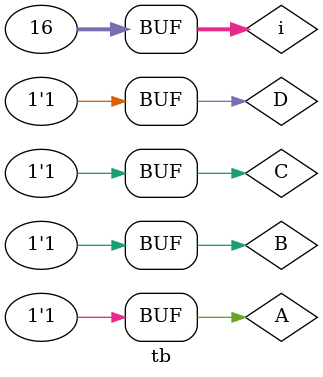
<source format=v>
module bcd_excess3 (output w,x,y,z,
		    input a,b,c,d);

	assign w = a | (b&c) | (b&d);
	assign x = (~b&c) | (~b&d) | (b&(~c)&(~d));
	assign y = ~(c^d);
	assign z = ~d;

endmodule

//testbench
module tb;
  wire W,X,Y,Z;
  reg A,B,C,D;
  integer i;

  bcd_excess3 i1 (.a(A), .b(B), .c(C), .d(D), .w(W), .x(X), .y(Y), .z(Z));

  initial
	begin
		A <= 1'b0;
		B <= 1'b0;
		C <= 1'b0;
		D <= 1'b0;

		$monitor ("a=%b, b=%b, c=%b, d=%b, w=%b, x=%b, y=%b, z=%b", A,B,C,D,W,X,Y,Z);

		for (i=0; i<16; i=i+1)
			begin
				{A,B,C,D} = i;
				#10;
			end
	end
endmodule

</source>
